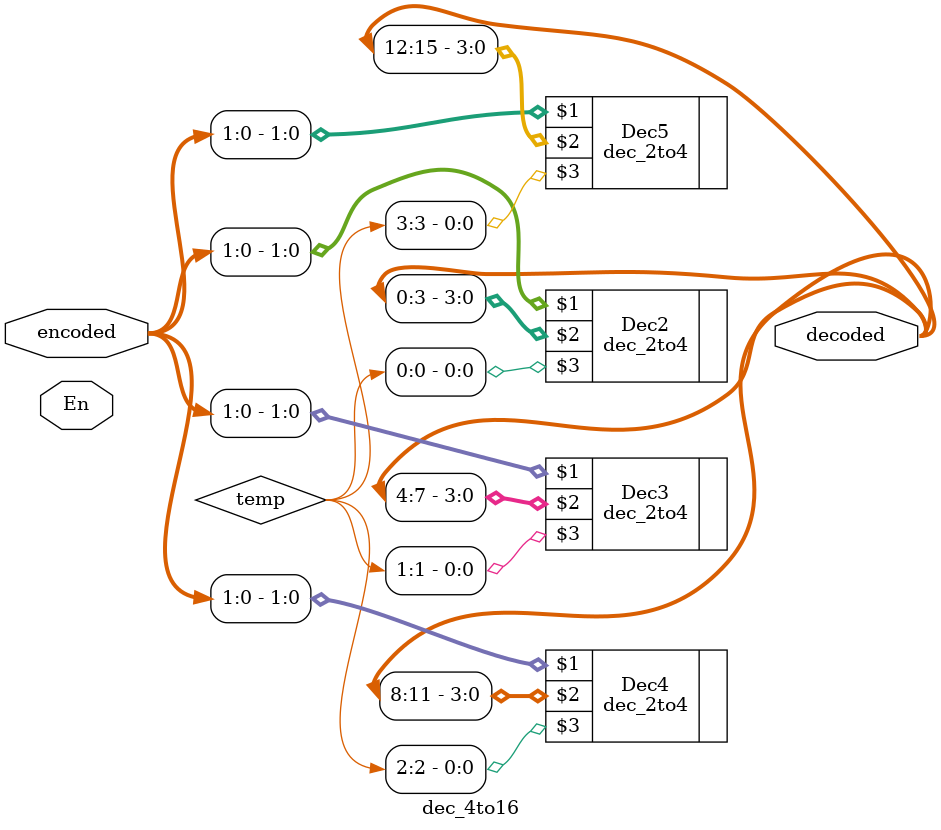
<source format=v>
module dec_4to16 (input En, input [3:0] encoded , output [0:15] decoded);

  wire [0:3] temp;

    dec_2to4 Dec1 (encoded[3:2], T[0:3], En);
    dec_2to4 Dec2 (encoded[1:0], decoded[0:3], temp[0]);
    dec_2to4 Dec3 (encoded[1:0], decoded[4:7], temp[1]);
    dec_2to4 Dec4 (encoded[1:0], decoded[8:11], temp[2]);
    dec_2to4 Dec5 (encoded[1:0], decoded[12:15], temp[3]);

endmodule

</source>
